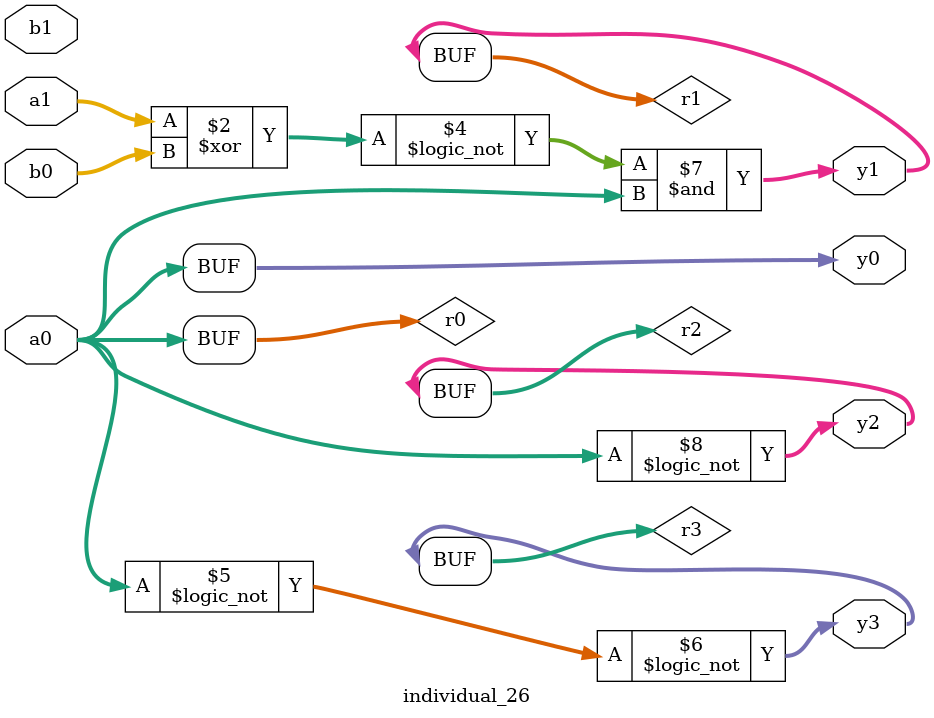
<source format=sv>
module individual_26(input logic [15:0] a1, input logic [15:0] a0, input logic [15:0] b1, input logic [15:0] b0, output logic [15:0] y3, output logic [15:0] y2, output logic [15:0] y1, output logic [15:0] y0);
logic [15:0] r0, r1, r2, r3; 
 always@(*) begin 
	 r0 = a0; r1 = a1; r2 = b0; r3 = b1; 
 	 r1  ^=  r2 ;
 	 r3  &=  r0 ;
 	 r1 = ! r1 ;
 	 r2 = ! r0 ;
 	 r3 = ! r2 ;
 	 r1  &=  a0 ;
 	 r2 = ! r0 ;
 	 y3 = r3; y2 = r2; y1 = r1; y0 = r0; 
end
endmodule
</source>
